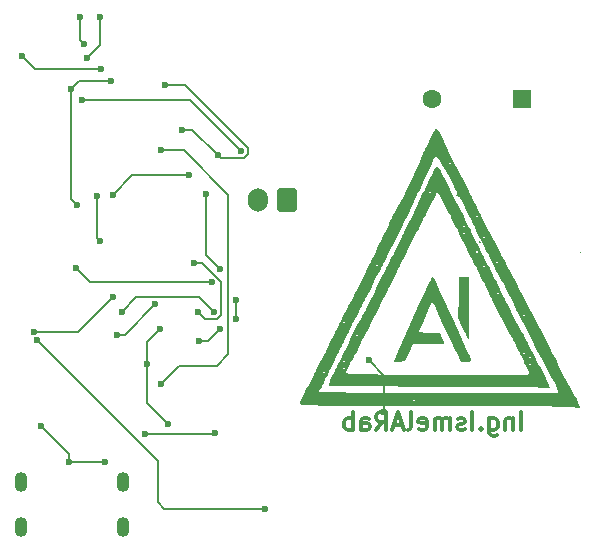
<source format=gbr>
%TF.GenerationSoftware,KiCad,Pcbnew,9.0.0*%
%TF.CreationDate,2025-03-05T18:06:52-05:00*%
%TF.ProjectId,LumiGuard,4c756d69-4775-4617-9264-2e6b69636164,Ing.IsmelArab*%
%TF.SameCoordinates,Original*%
%TF.FileFunction,Copper,L2,Bot*%
%TF.FilePolarity,Positive*%
%FSLAX46Y46*%
G04 Gerber Fmt 4.6, Leading zero omitted, Abs format (unit mm)*
G04 Created by KiCad (PCBNEW 9.0.0) date 2025-03-05 18:06:52*
%MOMM*%
%LPD*%
G01*
G04 APERTURE LIST*
G04 Aperture macros list*
%AMRoundRect*
0 Rectangle with rounded corners*
0 $1 Rounding radius*
0 $2 $3 $4 $5 $6 $7 $8 $9 X,Y pos of 4 corners*
0 Add a 4 corners polygon primitive as box body*
4,1,4,$2,$3,$4,$5,$6,$7,$8,$9,$2,$3,0*
0 Add four circle primitives for the rounded corners*
1,1,$1+$1,$2,$3*
1,1,$1+$1,$4,$5*
1,1,$1+$1,$6,$7*
1,1,$1+$1,$8,$9*
0 Add four rect primitives between the rounded corners*
20,1,$1+$1,$2,$3,$4,$5,0*
20,1,$1+$1,$4,$5,$6,$7,0*
20,1,$1+$1,$6,$7,$8,$9,0*
20,1,$1+$1,$8,$9,$2,$3,0*%
G04 Aperture macros list end*
%ADD10C,0.300000*%
%TA.AperFunction,NonConductor*%
%ADD11C,0.300000*%
%TD*%
%TA.AperFunction,EtchedComponent*%
%ADD12C,0.000000*%
%TD*%
%TA.AperFunction,HeatsinkPad*%
%ADD13O,1.100000X1.700000*%
%TD*%
%TA.AperFunction,ComponentPad*%
%ADD14RoundRect,0.250000X0.600000X0.750000X-0.600000X0.750000X-0.600000X-0.750000X0.600000X-0.750000X0*%
%TD*%
%TA.AperFunction,ComponentPad*%
%ADD15O,1.700000X2.000000*%
%TD*%
%TA.AperFunction,ComponentPad*%
%ADD16R,1.600000X1.600000*%
%TD*%
%TA.AperFunction,ComponentPad*%
%ADD17C,1.600000*%
%TD*%
%TA.AperFunction,ViaPad*%
%ADD18C,0.600000*%
%TD*%
%TA.AperFunction,Conductor*%
%ADD19C,0.200000*%
%TD*%
G04 APERTURE END LIST*
D10*
D11*
X158755489Y-124800828D02*
X158755489Y-123300828D01*
X158041203Y-123800828D02*
X158041203Y-124800828D01*
X158041203Y-123943685D02*
X157969774Y-123872257D01*
X157969774Y-123872257D02*
X157826917Y-123800828D01*
X157826917Y-123800828D02*
X157612631Y-123800828D01*
X157612631Y-123800828D02*
X157469774Y-123872257D01*
X157469774Y-123872257D02*
X157398346Y-124015114D01*
X157398346Y-124015114D02*
X157398346Y-124800828D01*
X156041203Y-123800828D02*
X156041203Y-125015114D01*
X156041203Y-125015114D02*
X156112631Y-125157971D01*
X156112631Y-125157971D02*
X156184060Y-125229400D01*
X156184060Y-125229400D02*
X156326917Y-125300828D01*
X156326917Y-125300828D02*
X156541203Y-125300828D01*
X156541203Y-125300828D02*
X156684060Y-125229400D01*
X156041203Y-124729400D02*
X156184060Y-124800828D01*
X156184060Y-124800828D02*
X156469774Y-124800828D01*
X156469774Y-124800828D02*
X156612631Y-124729400D01*
X156612631Y-124729400D02*
X156684060Y-124657971D01*
X156684060Y-124657971D02*
X156755488Y-124515114D01*
X156755488Y-124515114D02*
X156755488Y-124086542D01*
X156755488Y-124086542D02*
X156684060Y-123943685D01*
X156684060Y-123943685D02*
X156612631Y-123872257D01*
X156612631Y-123872257D02*
X156469774Y-123800828D01*
X156469774Y-123800828D02*
X156184060Y-123800828D01*
X156184060Y-123800828D02*
X156041203Y-123872257D01*
X155326917Y-124657971D02*
X155255488Y-124729400D01*
X155255488Y-124729400D02*
X155326917Y-124800828D01*
X155326917Y-124800828D02*
X155398345Y-124729400D01*
X155398345Y-124729400D02*
X155326917Y-124657971D01*
X155326917Y-124657971D02*
X155326917Y-124800828D01*
X154612631Y-124800828D02*
X154612631Y-123300828D01*
X153969773Y-124729400D02*
X153826916Y-124800828D01*
X153826916Y-124800828D02*
X153541202Y-124800828D01*
X153541202Y-124800828D02*
X153398345Y-124729400D01*
X153398345Y-124729400D02*
X153326916Y-124586542D01*
X153326916Y-124586542D02*
X153326916Y-124515114D01*
X153326916Y-124515114D02*
X153398345Y-124372257D01*
X153398345Y-124372257D02*
X153541202Y-124300828D01*
X153541202Y-124300828D02*
X153755488Y-124300828D01*
X153755488Y-124300828D02*
X153898345Y-124229400D01*
X153898345Y-124229400D02*
X153969773Y-124086542D01*
X153969773Y-124086542D02*
X153969773Y-124015114D01*
X153969773Y-124015114D02*
X153898345Y-123872257D01*
X153898345Y-123872257D02*
X153755488Y-123800828D01*
X153755488Y-123800828D02*
X153541202Y-123800828D01*
X153541202Y-123800828D02*
X153398345Y-123872257D01*
X152684059Y-124800828D02*
X152684059Y-123800828D01*
X152684059Y-123943685D02*
X152612630Y-123872257D01*
X152612630Y-123872257D02*
X152469773Y-123800828D01*
X152469773Y-123800828D02*
X152255487Y-123800828D01*
X152255487Y-123800828D02*
X152112630Y-123872257D01*
X152112630Y-123872257D02*
X152041202Y-124015114D01*
X152041202Y-124015114D02*
X152041202Y-124800828D01*
X152041202Y-124015114D02*
X151969773Y-123872257D01*
X151969773Y-123872257D02*
X151826916Y-123800828D01*
X151826916Y-123800828D02*
X151612630Y-123800828D01*
X151612630Y-123800828D02*
X151469773Y-123872257D01*
X151469773Y-123872257D02*
X151398344Y-124015114D01*
X151398344Y-124015114D02*
X151398344Y-124800828D01*
X150112630Y-124729400D02*
X150255487Y-124800828D01*
X150255487Y-124800828D02*
X150541202Y-124800828D01*
X150541202Y-124800828D02*
X150684059Y-124729400D01*
X150684059Y-124729400D02*
X150755487Y-124586542D01*
X150755487Y-124586542D02*
X150755487Y-124015114D01*
X150755487Y-124015114D02*
X150684059Y-123872257D01*
X150684059Y-123872257D02*
X150541202Y-123800828D01*
X150541202Y-123800828D02*
X150255487Y-123800828D01*
X150255487Y-123800828D02*
X150112630Y-123872257D01*
X150112630Y-123872257D02*
X150041202Y-124015114D01*
X150041202Y-124015114D02*
X150041202Y-124157971D01*
X150041202Y-124157971D02*
X150755487Y-124300828D01*
X149184059Y-124800828D02*
X149326916Y-124729400D01*
X149326916Y-124729400D02*
X149398345Y-124586542D01*
X149398345Y-124586542D02*
X149398345Y-123300828D01*
X148684059Y-124372257D02*
X147969774Y-124372257D01*
X148826916Y-124800828D02*
X148326916Y-123300828D01*
X148326916Y-123300828D02*
X147826916Y-124800828D01*
X146469774Y-124800828D02*
X146969774Y-124086542D01*
X147326917Y-124800828D02*
X147326917Y-123300828D01*
X147326917Y-123300828D02*
X146755488Y-123300828D01*
X146755488Y-123300828D02*
X146612631Y-123372257D01*
X146612631Y-123372257D02*
X146541202Y-123443685D01*
X146541202Y-123443685D02*
X146469774Y-123586542D01*
X146469774Y-123586542D02*
X146469774Y-123800828D01*
X146469774Y-123800828D02*
X146541202Y-123943685D01*
X146541202Y-123943685D02*
X146612631Y-124015114D01*
X146612631Y-124015114D02*
X146755488Y-124086542D01*
X146755488Y-124086542D02*
X147326917Y-124086542D01*
X145184060Y-124800828D02*
X145184060Y-124015114D01*
X145184060Y-124015114D02*
X145255488Y-123872257D01*
X145255488Y-123872257D02*
X145398345Y-123800828D01*
X145398345Y-123800828D02*
X145684060Y-123800828D01*
X145684060Y-123800828D02*
X145826917Y-123872257D01*
X145184060Y-124729400D02*
X145326917Y-124800828D01*
X145326917Y-124800828D02*
X145684060Y-124800828D01*
X145684060Y-124800828D02*
X145826917Y-124729400D01*
X145826917Y-124729400D02*
X145898345Y-124586542D01*
X145898345Y-124586542D02*
X145898345Y-124443685D01*
X145898345Y-124443685D02*
X145826917Y-124300828D01*
X145826917Y-124300828D02*
X145684060Y-124229400D01*
X145684060Y-124229400D02*
X145326917Y-124229400D01*
X145326917Y-124229400D02*
X145184060Y-124157971D01*
X144469774Y-124800828D02*
X144469774Y-123300828D01*
X144469774Y-123872257D02*
X144326917Y-123800828D01*
X144326917Y-123800828D02*
X144041202Y-123800828D01*
X144041202Y-123800828D02*
X143898345Y-123872257D01*
X143898345Y-123872257D02*
X143826917Y-123943685D01*
X143826917Y-123943685D02*
X143755488Y-124086542D01*
X143755488Y-124086542D02*
X143755488Y-124515114D01*
X143755488Y-124515114D02*
X143826917Y-124657971D01*
X143826917Y-124657971D02*
X143898345Y-124729400D01*
X143898345Y-124729400D02*
X144041202Y-124800828D01*
X144041202Y-124800828D02*
X144326917Y-124800828D01*
X144326917Y-124800828D02*
X144469774Y-124729400D01*
D12*
%TA.AperFunction,EtchedComponent*%
%TO.C,G\u002A\u002A\u002A*%
G36*
X162318628Y-113431860D02*
G01*
X162268824Y-113490929D01*
X162219020Y-113431860D01*
X162268824Y-113372790D01*
X162318628Y-113431860D01*
G37*
%TD.AperFunction*%
%TA.AperFunction,EtchedComponent*%
G36*
X163812745Y-109769534D02*
G01*
X163762941Y-109828604D01*
X163713137Y-109769534D01*
X163762941Y-109710464D01*
X163812745Y-109769534D01*
G37*
%TD.AperFunction*%
%TA.AperFunction,EtchedComponent*%
G36*
X155206766Y-108770784D02*
G01*
X155296275Y-108883488D01*
X155311839Y-108929250D01*
X155252349Y-109001627D01*
X155223437Y-108997087D01*
X155146863Y-108883488D01*
X155148005Y-108856752D01*
X155190788Y-108765348D01*
X155206766Y-108770784D01*
G37*
%TD.AperFunction*%
%TA.AperFunction,EtchedComponent*%
G36*
X154350000Y-114495115D02*
G01*
X154349502Y-114894459D01*
X154345856Y-115618709D01*
X154339136Y-116240057D01*
X154329895Y-116725160D01*
X154318683Y-117040674D01*
X154306052Y-117153255D01*
X154286240Y-117131033D01*
X154186286Y-116952849D01*
X154027253Y-116635006D01*
X153832914Y-116224188D01*
X153403726Y-115295122D01*
X153433745Y-113566049D01*
X153463765Y-111836976D01*
X153906883Y-111836976D01*
X154350000Y-111836976D01*
X154350000Y-114495115D01*
G37*
%TD.AperFunction*%
%TA.AperFunction,EtchedComponent*%
G36*
X151327712Y-111931491D02*
G01*
X151482479Y-112253817D01*
X151701915Y-112719338D01*
X151972612Y-113298881D01*
X152281162Y-113963272D01*
X152614157Y-114683338D01*
X152958190Y-115429905D01*
X153299852Y-116173798D01*
X153625736Y-116885845D01*
X153922435Y-117536872D01*
X154176540Y-118097705D01*
X154374644Y-118539171D01*
X154503338Y-118832095D01*
X154549216Y-118947304D01*
X154521958Y-118979342D01*
X154350682Y-119025393D01*
X154074169Y-119043488D01*
X153599121Y-119043488D01*
X153262101Y-118305115D01*
X153122912Y-118000876D01*
X152801687Y-117303368D01*
X152475244Y-116600036D01*
X152157963Y-115921340D01*
X151864225Y-115297740D01*
X151608411Y-114759694D01*
X151404902Y-114337664D01*
X151268079Y-114062108D01*
X151212321Y-113963488D01*
X151200368Y-113979156D01*
X151115490Y-114144895D01*
X150970106Y-114452097D01*
X150786353Y-114851547D01*
X150586369Y-115294031D01*
X150392291Y-115730334D01*
X150226256Y-116111243D01*
X150110401Y-116387542D01*
X150066863Y-116510018D01*
X150087792Y-116521356D01*
X150257603Y-116542480D01*
X150561068Y-116557097D01*
X150953495Y-116562557D01*
X151840126Y-116562557D01*
X152049181Y-116982799D01*
X152097402Y-117081147D01*
X152212295Y-117330378D01*
X152258235Y-117455357D01*
X152251588Y-117460570D01*
X152112138Y-117479047D01*
X151819315Y-117494003D01*
X151409488Y-117504019D01*
X150919024Y-117507674D01*
X149579813Y-117507674D01*
X149250593Y-118246046D01*
X149141479Y-118488500D01*
X148995431Y-118775188D01*
X148864171Y-118927590D01*
X148698254Y-118993429D01*
X148448235Y-119020426D01*
X148290636Y-119027556D01*
X148064108Y-119014236D01*
X147975098Y-118971673D01*
X147979260Y-118951107D01*
X148053957Y-118750646D01*
X148218965Y-118355604D01*
X148470019Y-117775679D01*
X148802854Y-117020567D01*
X149213204Y-116099966D01*
X149696805Y-115023572D01*
X150249390Y-113801084D01*
X150576189Y-113090657D01*
X150867254Y-112486722D01*
X151080490Y-112083540D01*
X151219585Y-111874199D01*
X151288222Y-111851781D01*
X151327712Y-111931491D01*
G37*
%TD.AperFunction*%
%TA.AperFunction,EtchedComponent*%
G36*
X152442501Y-100909069D02*
G01*
X152516510Y-101065263D01*
X152523043Y-101078586D01*
X152638902Y-101314865D01*
X152696831Y-101433005D01*
X152812690Y-101669284D01*
X152903356Y-101854185D01*
X152920432Y-101889010D01*
X153081428Y-102208604D01*
X153393126Y-102827355D01*
X153955038Y-103921627D01*
X154293474Y-104578396D01*
X154411010Y-104807674D01*
X154532135Y-105043953D01*
X154592697Y-105162092D01*
X154694626Y-105360926D01*
X154894615Y-105752790D01*
X155092074Y-106139695D01*
X155195510Y-106343488D01*
X155315435Y-106579767D01*
X155375397Y-106697906D01*
X155435360Y-106816046D01*
X155452839Y-106850606D01*
X155521578Y-106985563D01*
X155615755Y-107170464D01*
X155793971Y-107520362D01*
X156190491Y-108291916D01*
X156282676Y-108469999D01*
X156588450Y-109060697D01*
X156594584Y-109072547D01*
X156773416Y-109415115D01*
X156958434Y-109769534D01*
X156985395Y-109820912D01*
X157052285Y-109948380D01*
X157171124Y-110175331D01*
X157206082Y-110242092D01*
X157267944Y-110360232D01*
X157428864Y-110667548D01*
X157480312Y-110766028D01*
X157576909Y-110950929D01*
X157762065Y-111305348D01*
X157851521Y-111476582D01*
X158035417Y-111829284D01*
X158193421Y-112132325D01*
X158275116Y-112289012D01*
X158654508Y-113018371D01*
X158794954Y-113288268D01*
X159166572Y-113998339D01*
X159490559Y-114613255D01*
X159546680Y-114719770D01*
X159615527Y-114849534D01*
X159740886Y-115085813D01*
X159803566Y-115203953D01*
X159897808Y-115381581D01*
X159929239Y-115440232D01*
X160182483Y-115912790D01*
X160407393Y-116334333D01*
X160681611Y-116861509D01*
X160915226Y-117324675D01*
X161074046Y-117656942D01*
X161167266Y-117855092D01*
X161375186Y-118276505D01*
X161650674Y-118821537D01*
X161970634Y-119445684D01*
X162311973Y-120104441D01*
X162651595Y-120753302D01*
X162966406Y-121347764D01*
X163118255Y-121629701D01*
X163233310Y-121843322D01*
X163429214Y-122195471D01*
X163499112Y-122323150D01*
X163526230Y-122372685D01*
X163544084Y-122410464D01*
X163660469Y-122656728D01*
X163713137Y-122829316D01*
X163664588Y-122899615D01*
X163483799Y-122914353D01*
X163140392Y-122867100D01*
X163077178Y-122860015D01*
X162806130Y-122845795D01*
X162357353Y-122832184D01*
X161745306Y-122819331D01*
X160984451Y-122807380D01*
X160089246Y-122796479D01*
X159074153Y-122786774D01*
X157953632Y-122778412D01*
X156742143Y-122771540D01*
X155454147Y-122766304D01*
X154104102Y-122762850D01*
X152706471Y-122761325D01*
X151909152Y-122761033D01*
X150139203Y-122760286D01*
X148554026Y-122759317D01*
X147143434Y-122757939D01*
X145897244Y-122755964D01*
X144805268Y-122753204D01*
X143857323Y-122749471D01*
X143043223Y-122744577D01*
X142352783Y-122738333D01*
X141775816Y-122730551D01*
X141302139Y-122721044D01*
X140921565Y-122709623D01*
X140623910Y-122696100D01*
X140398988Y-122680287D01*
X140236613Y-122661996D01*
X140126601Y-122641039D01*
X140058766Y-122617227D01*
X140022923Y-122590373D01*
X140008886Y-122560289D01*
X140006471Y-122526786D01*
X140030940Y-122426309D01*
X153271933Y-122426309D01*
X153353922Y-122469534D01*
X153406654Y-122461008D01*
X153416494Y-122410464D01*
X153752353Y-122410464D01*
X153802157Y-122469534D01*
X153851961Y-122410464D01*
X153802157Y-122351395D01*
X153768955Y-122390774D01*
X153752353Y-122410464D01*
X153416494Y-122410464D01*
X153420327Y-122390774D01*
X153405728Y-122376635D01*
X153287517Y-122390774D01*
X153271933Y-122426309D01*
X140030940Y-122426309D01*
X140042204Y-122380053D01*
X140078081Y-122292325D01*
X140703726Y-122292325D01*
X140753530Y-122351395D01*
X140803334Y-122292325D01*
X140792958Y-122280019D01*
X149595801Y-122280019D01*
X149596272Y-122292325D01*
X149597343Y-122320347D01*
X149726536Y-122342068D01*
X149824445Y-122323150D01*
X149786716Y-122270692D01*
X149729115Y-122251817D01*
X149595801Y-122280019D01*
X140792958Y-122280019D01*
X140753530Y-122233255D01*
X140703726Y-122292325D01*
X140078081Y-122292325D01*
X140163016Y-122084639D01*
X140339679Y-121729345D01*
X140421458Y-121575402D01*
X141609981Y-121575402D01*
X141651759Y-121581521D01*
X141870723Y-121591272D01*
X142262564Y-121600668D01*
X142811104Y-121609665D01*
X143500166Y-121618219D01*
X144313571Y-121626288D01*
X145235143Y-121633828D01*
X146248702Y-121640796D01*
X147338072Y-121647149D01*
X148487074Y-121652842D01*
X149679531Y-121657833D01*
X150899264Y-121662079D01*
X152130097Y-121665536D01*
X153355851Y-121668160D01*
X154560348Y-121669909D01*
X155727411Y-121670739D01*
X156840861Y-121670606D01*
X157884522Y-121669468D01*
X158842215Y-121667281D01*
X159697762Y-121664001D01*
X160434986Y-121659586D01*
X161037709Y-121653992D01*
X161489752Y-121647175D01*
X161774939Y-121639093D01*
X161877091Y-121629701D01*
X161870295Y-121523115D01*
X161768733Y-121236815D01*
X161574911Y-120809989D01*
X161302243Y-120271707D01*
X160964140Y-119651037D01*
X160751991Y-119271837D01*
X160508298Y-118829772D01*
X160276923Y-118399714D01*
X160029379Y-117927857D01*
X159737178Y-117360394D01*
X159371833Y-116643519D01*
X159290153Y-116482965D01*
X159027410Y-115967666D01*
X158758003Y-115440232D01*
X159131177Y-115440232D01*
X159180981Y-115499302D01*
X159230784Y-115440232D01*
X159180981Y-115381162D01*
X159131177Y-115440232D01*
X158758003Y-115440232D01*
X158695518Y-115317902D01*
X158637246Y-115203953D01*
X159330392Y-115203953D01*
X159380196Y-115263022D01*
X159430000Y-115203953D01*
X159380196Y-115144883D01*
X159330392Y-115203953D01*
X158637246Y-115203953D01*
X158576830Y-115085813D01*
X158931961Y-115085813D01*
X158981765Y-115144883D01*
X159031569Y-115085813D01*
X158981765Y-115026743D01*
X158931961Y-115085813D01*
X158576830Y-115085813D01*
X158456000Y-114849534D01*
X158832353Y-114849534D01*
X158882157Y-114908604D01*
X158931961Y-114849534D01*
X159131177Y-114849534D01*
X159180981Y-114908604D01*
X159230784Y-114849534D01*
X159180981Y-114790464D01*
X159131177Y-114849534D01*
X158931961Y-114849534D01*
X158882157Y-114790464D01*
X158832353Y-114849534D01*
X158456000Y-114849534D01*
X158335169Y-114613255D01*
X158732745Y-114613255D01*
X158782549Y-114672325D01*
X158832353Y-114613255D01*
X158782549Y-114554185D01*
X158732745Y-114613255D01*
X158335169Y-114613255D01*
X158318939Y-114581517D01*
X157922134Y-113806357D01*
X157529566Y-113040264D01*
X157155188Y-112310116D01*
X157064052Y-112132325D01*
X157637059Y-112132325D01*
X157686863Y-112191395D01*
X157736667Y-112132325D01*
X157686863Y-112073255D01*
X157637059Y-112132325D01*
X157064052Y-112132325D01*
X156795482Y-111608389D01*
X157263049Y-111608389D01*
X157288432Y-111718836D01*
X157308896Y-111753808D01*
X157399797Y-111836976D01*
X157413422Y-111829284D01*
X157388039Y-111718836D01*
X157367575Y-111683865D01*
X157276674Y-111600697D01*
X157263049Y-111608389D01*
X156795482Y-111608389D01*
X156693441Y-111409324D01*
X156640209Y-111305348D01*
X157338235Y-111305348D01*
X157388039Y-111364418D01*
X157437843Y-111305348D01*
X157388039Y-111246278D01*
X157338235Y-111305348D01*
X156640209Y-111305348D01*
X156458760Y-110950929D01*
X156840196Y-110950929D01*
X156890000Y-111009999D01*
X156939804Y-110950929D01*
X157139020Y-110950929D01*
X157188824Y-111009999D01*
X157238628Y-110950929D01*
X157188824Y-110891860D01*
X157139020Y-110950929D01*
X156939804Y-110950929D01*
X156890000Y-110891860D01*
X156840196Y-110950929D01*
X156458760Y-110950929D01*
X156309517Y-110659418D01*
X156277400Y-110596511D01*
X156640981Y-110596511D01*
X156690785Y-110655581D01*
X156740588Y-110596511D01*
X156697270Y-110545133D01*
X156964226Y-110545133D01*
X156976033Y-110596511D01*
X156989608Y-110655581D01*
X157010072Y-110690552D01*
X157100973Y-110773720D01*
X157114598Y-110766028D01*
X157089216Y-110655581D01*
X157068752Y-110620609D01*
X156977851Y-110537441D01*
X156964226Y-110545133D01*
X156697270Y-110545133D01*
X156690785Y-110537441D01*
X156640981Y-110596511D01*
X156277400Y-110596511D01*
X156156770Y-110360232D01*
X156840196Y-110360232D01*
X156890000Y-110419302D01*
X156939804Y-110360232D01*
X156890000Y-110301162D01*
X156840196Y-110360232D01*
X156156770Y-110360232D01*
X156096455Y-110242092D01*
X156441765Y-110242092D01*
X156491569Y-110301162D01*
X156541373Y-110242092D01*
X156491569Y-110183022D01*
X156441765Y-110242092D01*
X156096455Y-110242092D01*
X155988307Y-110030262D01*
X155975886Y-110005813D01*
X156342157Y-110005813D01*
X156391961Y-110064883D01*
X156441765Y-110005813D01*
X156398446Y-109954435D01*
X156665402Y-109954435D01*
X156677210Y-110005813D01*
X156690785Y-110064883D01*
X156711249Y-110099855D01*
X156802149Y-110183022D01*
X156815774Y-110175331D01*
X156790392Y-110064883D01*
X156769928Y-110029911D01*
X156679027Y-109946743D01*
X156665402Y-109954435D01*
X156398446Y-109954435D01*
X156391961Y-109946743D01*
X156342157Y-110005813D01*
X155975886Y-110005813D01*
X155795823Y-109651395D01*
X156142941Y-109651395D01*
X156192745Y-109710464D01*
X156242549Y-109651395D01*
X156199230Y-109600017D01*
X156466187Y-109600017D01*
X156477994Y-109651395D01*
X156491569Y-109710464D01*
X156512033Y-109745436D01*
X156602934Y-109828604D01*
X156616559Y-109820912D01*
X156591177Y-109710464D01*
X156570712Y-109675493D01*
X156479812Y-109592325D01*
X156466187Y-109600017D01*
X156199230Y-109600017D01*
X156192745Y-109592325D01*
X156142941Y-109651395D01*
X155795823Y-109651395D01*
X155714701Y-109491723D01*
X155676064Y-109415115D01*
X156342157Y-109415115D01*
X156391961Y-109474185D01*
X156441765Y-109415115D01*
X156391961Y-109356046D01*
X156342157Y-109415115D01*
X155676064Y-109415115D01*
X155497312Y-109060697D01*
X155844118Y-109060697D01*
X155893922Y-109119767D01*
X155943726Y-109060697D01*
X156142941Y-109060697D01*
X156192745Y-109119767D01*
X156242549Y-109060697D01*
X156192745Y-109001627D01*
X156142941Y-109060697D01*
X155943726Y-109060697D01*
X155893922Y-109001627D01*
X155844118Y-109060697D01*
X155497312Y-109060697D01*
X155473591Y-109013665D01*
X155249868Y-108565956D01*
X155202383Y-108469999D01*
X155545294Y-108469999D01*
X155595098Y-108529069D01*
X155644902Y-108469999D01*
X155595098Y-108410929D01*
X155545294Y-108469999D01*
X155202383Y-108469999D01*
X155028422Y-108118459D01*
X154794144Y-107641042D01*
X154564562Y-107170464D01*
X154947647Y-107170464D01*
X154997451Y-107229534D01*
X155047255Y-107170464D01*
X154997451Y-107111395D01*
X154947647Y-107170464D01*
X154564562Y-107170464D01*
X154531925Y-107103568D01*
X154367099Y-106764668D01*
X154772853Y-106764668D01*
X154798235Y-106875115D01*
X154818700Y-106910087D01*
X154909600Y-106993255D01*
X154923225Y-106985563D01*
X154897843Y-106875115D01*
X154877379Y-106840144D01*
X154786478Y-106756976D01*
X154772853Y-106764668D01*
X154367099Y-106764668D01*
X154334629Y-106697906D01*
X154947647Y-106697906D01*
X154997451Y-106756976D01*
X155047255Y-106697906D01*
X154997451Y-106638836D01*
X154947647Y-106697906D01*
X154334629Y-106697906D01*
X154277171Y-106579767D01*
X154648824Y-106579767D01*
X154698628Y-106638836D01*
X154748432Y-106579767D01*
X154698628Y-106520697D01*
X154648824Y-106579767D01*
X154277171Y-106579767D01*
X154226657Y-106475905D01*
X154162319Y-106343488D01*
X154748432Y-106343488D01*
X154798235Y-106402557D01*
X154848039Y-106343488D01*
X154798235Y-106284418D01*
X154748432Y-106343488D01*
X154162319Y-106343488D01*
X153875314Y-105752790D01*
X154449608Y-105752790D01*
X154499412Y-105811860D01*
X154549216Y-105752790D01*
X154499412Y-105693720D01*
X154449608Y-105752790D01*
X153875314Y-105752790D01*
X153863229Y-105727918D01*
X153714112Y-105430391D01*
X153558852Y-105162092D01*
X154150784Y-105162092D01*
X154200588Y-105221162D01*
X154250392Y-105162092D01*
X154200588Y-105103022D01*
X154150784Y-105162092D01*
X153558852Y-105162092D01*
X153529375Y-105111153D01*
X153468642Y-105043953D01*
X153851961Y-105043953D01*
X153901765Y-105103022D01*
X153951569Y-105043953D01*
X153901765Y-104984883D01*
X153851961Y-105043953D01*
X153468642Y-105043953D01*
X153391145Y-104958203D01*
X153277118Y-104941620D01*
X153272590Y-104943338D01*
X153169456Y-104968930D01*
X153241651Y-104891479D01*
X153288777Y-104811409D01*
X153288306Y-104807674D01*
X153951569Y-104807674D01*
X154001373Y-104866743D01*
X154051177Y-104807674D01*
X154001373Y-104748604D01*
X153951569Y-104807674D01*
X153288306Y-104807674D01*
X153268691Y-104652270D01*
X153156217Y-104383402D01*
X152938244Y-103964753D01*
X152670902Y-103472111D01*
X152350518Y-102881664D01*
X152065469Y-102356278D01*
X152005553Y-102246902D01*
X151983605Y-102208604D01*
X152656667Y-102208604D01*
X152706471Y-102267674D01*
X152756275Y-102208604D01*
X152706471Y-102149534D01*
X152656667Y-102208604D01*
X151983605Y-102208604D01*
X151804747Y-101896500D01*
X151778087Y-101854185D01*
X152457451Y-101854185D01*
X152507255Y-101913255D01*
X152557059Y-101854185D01*
X152507255Y-101795115D01*
X152457451Y-101854185D01*
X151778087Y-101854185D01*
X151650419Y-101651547D01*
X151572013Y-101559583D01*
X151567562Y-101559966D01*
X151532173Y-101583478D01*
X151477842Y-101659327D01*
X151393622Y-101809651D01*
X151268562Y-102056589D01*
X151091716Y-102422280D01*
X150852135Y-102928862D01*
X150538869Y-103598474D01*
X150140970Y-104453255D01*
X150033152Y-104684522D01*
X149565772Y-105674981D01*
X149060248Y-106729884D01*
X148989725Y-106875115D01*
X148543151Y-107794770D01*
X148041058Y-108815179D01*
X147580540Y-109736650D01*
X147188174Y-110504721D01*
X147160756Y-110557518D01*
X147017603Y-110832790D01*
X146991111Y-110883733D01*
X146751367Y-111344299D01*
X146469440Y-111885600D01*
X146173244Y-112454023D01*
X145981484Y-112824027D01*
X145669575Y-113431860D01*
X145622884Y-113522849D01*
X145488808Y-113786278D01*
X145368550Y-114022557D01*
X145223110Y-114308313D01*
X145188409Y-114376976D01*
X145081738Y-114588049D01*
X144889885Y-114967674D01*
X144818434Y-115109057D01*
X144593191Y-115558371D01*
X144533967Y-115676511D01*
X144445131Y-115853720D01*
X144415664Y-115912790D01*
X144238861Y-116267209D01*
X144149695Y-116445950D01*
X144120976Y-116503488D01*
X144003041Y-116739767D01*
X143828295Y-117089864D01*
X143708129Y-117330464D01*
X143590121Y-117566743D01*
X143538549Y-117670001D01*
X143413002Y-117921162D01*
X143303701Y-118139822D01*
X143294879Y-118157441D01*
X143146993Y-118452790D01*
X143085092Y-118577045D01*
X142860556Y-119035657D01*
X142599887Y-119576334D01*
X142488127Y-119811395D01*
X142431957Y-119929534D01*
X142347703Y-120106743D01*
X142263018Y-120283953D01*
X142229700Y-120353674D01*
X142014900Y-120786427D01*
X141906268Y-120992790D01*
X141835471Y-121127281D01*
X141721312Y-121318398D01*
X141703651Y-121347209D01*
X141633852Y-121461077D01*
X141609981Y-121575402D01*
X140421458Y-121575402D01*
X140542681Y-121347209D01*
X141102157Y-121347209D01*
X141151961Y-121406278D01*
X141201765Y-121347209D01*
X141151961Y-121288139D01*
X141102157Y-121347209D01*
X140542681Y-121347209D01*
X140730959Y-120992790D01*
X141500588Y-120992790D01*
X141550392Y-121051860D01*
X141600196Y-120992790D01*
X141550392Y-120933720D01*
X141500588Y-120992790D01*
X140730959Y-120992790D01*
X140817421Y-120830032D01*
X141100061Y-120283953D01*
X141600196Y-120283953D01*
X141650000Y-120343022D01*
X141699804Y-120283953D01*
X141650000Y-120224883D01*
X141600196Y-120283953D01*
X141100061Y-120283953D01*
X141283502Y-119929534D01*
X141998628Y-119929534D01*
X142048432Y-119988604D01*
X142098235Y-119929534D01*
X142048432Y-119870464D01*
X141998628Y-119929534D01*
X141283502Y-119929534D01*
X141344648Y-119811395D01*
X141799412Y-119811395D01*
X141849216Y-119870464D01*
X141899020Y-119811395D01*
X141849216Y-119752325D01*
X141799412Y-119811395D01*
X141344648Y-119811395D01*
X141469669Y-119569846D01*
X142141575Y-118239488D01*
X142182011Y-118157441D01*
X142795490Y-118157441D01*
X142845294Y-118216511D01*
X142895098Y-118157441D01*
X142845294Y-118098371D01*
X142795490Y-118157441D01*
X142182011Y-118157441D01*
X142298459Y-117921162D01*
X142596275Y-117921162D01*
X142646079Y-117980232D01*
X142695883Y-117921162D01*
X142895098Y-117921162D01*
X142944902Y-117980232D01*
X142994706Y-117921162D01*
X142944902Y-117862092D01*
X142895098Y-117921162D01*
X142695883Y-117921162D01*
X142646079Y-117862092D01*
X142596275Y-117921162D01*
X142298459Y-117921162D01*
X142473130Y-117566743D01*
X142795490Y-117566743D01*
X142845294Y-117625813D01*
X142895098Y-117566743D01*
X143094314Y-117566743D01*
X143144118Y-117625813D01*
X143193922Y-117566743D01*
X143144118Y-117507674D01*
X143094314Y-117566743D01*
X142895098Y-117566743D01*
X142845294Y-117507674D01*
X142795490Y-117566743D01*
X142473130Y-117566743D01*
X142589578Y-117330464D01*
X142895098Y-117330464D01*
X142944902Y-117389534D01*
X142994706Y-117330464D01*
X142944902Y-117271395D01*
X142895098Y-117330464D01*
X142589578Y-117330464D01*
X142793361Y-116916976D01*
X142880063Y-116739767D01*
X143492745Y-116739767D01*
X143542549Y-116798836D01*
X143592353Y-116739767D01*
X143542549Y-116680697D01*
X143492745Y-116739767D01*
X142880063Y-116739767D01*
X142936504Y-116624408D01*
X142996588Y-116503488D01*
X143293530Y-116503488D01*
X143343334Y-116562557D01*
X143393137Y-116503488D01*
X143343334Y-116444418D01*
X143293530Y-116503488D01*
X142996588Y-116503488D01*
X143113993Y-116267209D01*
X143393137Y-116267209D01*
X143442941Y-116326278D01*
X143492745Y-116267209D01*
X143442941Y-116208139D01*
X143393137Y-116267209D01*
X143113993Y-116267209D01*
X143290101Y-115912790D01*
X143592353Y-115912790D01*
X143642157Y-115971860D01*
X143691961Y-115912790D01*
X143642157Y-115853720D01*
X143592353Y-115912790D01*
X143290101Y-115912790D01*
X143325531Y-115841486D01*
X143408765Y-115676511D01*
X143691961Y-115676511D01*
X143741765Y-115735581D01*
X143791569Y-115676511D01*
X143741765Y-115617441D01*
X143691961Y-115676511D01*
X143408765Y-115676511D01*
X143468369Y-115558371D01*
X144090392Y-115558371D01*
X144140196Y-115617441D01*
X144190000Y-115558371D01*
X144140196Y-115499302D01*
X144090392Y-115558371D01*
X143468369Y-115558371D01*
X143759385Y-114981556D01*
X143766483Y-114967674D01*
X144389216Y-114967674D01*
X144439020Y-115026743D01*
X144488824Y-114967674D01*
X144439020Y-114908604D01*
X144389216Y-114967674D01*
X143766483Y-114967674D01*
X143887303Y-114731395D01*
X144190000Y-114731395D01*
X144239804Y-114790464D01*
X144283730Y-114738367D01*
X144488824Y-114738367D01*
X144489793Y-114754882D01*
X144547453Y-114780899D01*
X144647747Y-114654071D01*
X144671983Y-114588049D01*
X144603822Y-114601974D01*
X144559573Y-114638442D01*
X144493760Y-114731395D01*
X144488824Y-114738367D01*
X144283730Y-114738367D01*
X144289608Y-114731395D01*
X144239804Y-114672325D01*
X144190000Y-114731395D01*
X143887303Y-114731395D01*
X144068533Y-114376976D01*
X144688039Y-114376976D01*
X144737843Y-114436046D01*
X144787647Y-114376976D01*
X144737843Y-114317906D01*
X144688039Y-114376976D01*
X144068533Y-114376976D01*
X144194748Y-114130147D01*
X144250657Y-114022557D01*
X144887255Y-114022557D01*
X144937059Y-114081627D01*
X144986863Y-114022557D01*
X144937059Y-113963488D01*
X144887255Y-114022557D01*
X144250657Y-114022557D01*
X144373438Y-113786278D01*
X144688039Y-113786278D01*
X144737843Y-113845348D01*
X144787647Y-113786278D01*
X144986863Y-113786278D01*
X145036667Y-113845348D01*
X145086471Y-113786278D01*
X145036667Y-113727209D01*
X144986863Y-113786278D01*
X144787647Y-113786278D01*
X144737843Y-113727209D01*
X144688039Y-113786278D01*
X144373438Y-113786278D01*
X144557610Y-113431860D01*
X144887255Y-113431860D01*
X144937059Y-113490929D01*
X144986863Y-113431860D01*
X144937059Y-113372790D01*
X144887255Y-113431860D01*
X144557610Y-113431860D01*
X144588306Y-113372790D01*
X144824610Y-112919550D01*
X145174041Y-112238099D01*
X145502246Y-111585935D01*
X145780751Y-111019819D01*
X145869262Y-110832790D01*
X146480981Y-110832790D01*
X146530784Y-110891860D01*
X146580588Y-110832790D01*
X146530784Y-110773720D01*
X146480981Y-110832790D01*
X145869262Y-110832790D01*
X145981080Y-110596511D01*
X146043902Y-110459809D01*
X146323458Y-109868290D01*
X146636616Y-109225140D01*
X146926694Y-108647209D01*
X147063443Y-108377692D01*
X147272003Y-107954792D01*
X147428252Y-107622784D01*
X147505884Y-107436648D01*
X147524039Y-107388732D01*
X147639958Y-107144963D01*
X147813475Y-106813671D01*
X148594027Y-106813671D01*
X148605948Y-106953875D01*
X148635908Y-106972358D01*
X148672353Y-106875115D01*
X148665165Y-106812573D01*
X148605948Y-106796356D01*
X148594027Y-106813671D01*
X147813475Y-106813671D01*
X147827541Y-106786816D01*
X148056195Y-106373392D01*
X148343719Y-105842755D01*
X148694365Y-105158528D01*
X149078146Y-104381989D01*
X149466259Y-103572334D01*
X149829898Y-102788760D01*
X150140258Y-102090464D01*
X150373260Y-101555890D01*
X150421662Y-101448389D01*
X152282657Y-101448389D01*
X152308039Y-101558836D01*
X152328504Y-101593808D01*
X152419404Y-101676976D01*
X152433029Y-101669284D01*
X152407647Y-101558836D01*
X152387183Y-101523865D01*
X152296282Y-101440697D01*
X152282657Y-101448389D01*
X150421662Y-101448389D01*
X150528047Y-101212110D01*
X151884226Y-101212110D01*
X151909608Y-101322557D01*
X151930072Y-101357529D01*
X152020973Y-101440697D01*
X152034598Y-101433005D01*
X152009216Y-101322557D01*
X151988752Y-101287586D01*
X151897851Y-101204418D01*
X151884226Y-101212110D01*
X150528047Y-101212110D01*
X150581239Y-101093970D01*
X152083442Y-101093970D01*
X152108824Y-101204418D01*
X152129288Y-101239389D01*
X152220189Y-101322557D01*
X152233814Y-101314865D01*
X152208432Y-101204418D01*
X152187967Y-101169446D01*
X152097067Y-101086278D01*
X152083442Y-101093970D01*
X150581239Y-101093970D01*
X150687624Y-100857691D01*
X151685010Y-100857691D01*
X151710392Y-100968139D01*
X151730857Y-101003110D01*
X151821757Y-101086278D01*
X151835382Y-101078586D01*
X151810000Y-100968139D01*
X151789536Y-100933167D01*
X151763197Y-100909069D01*
X151959412Y-100909069D01*
X152009216Y-100968139D01*
X152059020Y-100909069D01*
X152009216Y-100849999D01*
X151959412Y-100909069D01*
X151763197Y-100909069D01*
X151698635Y-100849999D01*
X151685010Y-100857691D01*
X150687624Y-100857691D01*
X150724700Y-100775345D01*
X150829278Y-100554650D01*
X151760196Y-100554650D01*
X151810000Y-100613720D01*
X151859804Y-100554650D01*
X151810000Y-100495581D01*
X151760196Y-100554650D01*
X150829278Y-100554650D01*
X151027139Y-100137095D01*
X151271669Y-99659040D01*
X151449382Y-99359080D01*
X151551367Y-99255115D01*
X151560756Y-99256950D01*
X151674360Y-99377912D01*
X151840369Y-99650758D01*
X152026333Y-100023022D01*
X152160915Y-100314785D01*
X152274569Y-100554650D01*
X152442501Y-100909069D01*
G37*
%TD.AperFunction*%
%TA.AperFunction,EtchedComponent*%
G36*
X152698695Y-104365585D02*
G01*
X152743511Y-104453255D01*
X153082427Y-105116245D01*
X153490774Y-105930670D01*
X153868267Y-106697906D01*
X153910768Y-106784287D01*
X153983119Y-106932639D01*
X153983878Y-106934185D01*
X154099823Y-107170464D01*
X154273742Y-107524883D01*
X154447661Y-107879302D01*
X154505524Y-107997217D01*
X154564108Y-108115581D01*
X154681054Y-108351860D01*
X154856473Y-108706278D01*
X155079929Y-109157750D01*
X155152026Y-109302425D01*
X155446391Y-109893123D01*
X155561422Y-110123953D01*
X155692486Y-110386956D01*
X155764059Y-110529749D01*
X155856737Y-110714650D01*
X155975168Y-110950929D01*
X156152814Y-111305348D01*
X156271245Y-111541627D01*
X156329351Y-111657553D01*
X156449520Y-111896046D01*
X156653988Y-112301842D01*
X156747154Y-112486743D01*
X156925735Y-112841162D01*
X156976676Y-112942262D01*
X157130982Y-113246958D01*
X157224621Y-113431860D01*
X157284450Y-113549999D01*
X157489956Y-113955796D01*
X157620616Y-114213799D01*
X158247324Y-115444883D01*
X158486890Y-115912790D01*
X158842954Y-116608234D01*
X158849858Y-116621627D01*
X159154352Y-117212325D01*
X159276150Y-117448604D01*
X159393661Y-117676568D01*
X159459416Y-117803022D01*
X159582281Y-118039302D01*
X159705145Y-118275581D01*
X159885597Y-118622606D01*
X159889489Y-118629999D01*
X160200480Y-119220697D01*
X160304917Y-119419066D01*
X160388749Y-119575115D01*
X160579147Y-119929534D01*
X160637774Y-120038665D01*
X160665472Y-120090958D01*
X160754345Y-120258747D01*
X160820458Y-120383566D01*
X160945334Y-120638371D01*
X161003232Y-120756511D01*
X161011543Y-120773470D01*
X161132301Y-121057629D01*
X161162215Y-121190959D01*
X161085086Y-121238295D01*
X160893111Y-121228874D01*
X160890479Y-121228271D01*
X160747905Y-121219071D01*
X160421497Y-121209563D01*
X159925668Y-121199892D01*
X159274832Y-121190204D01*
X158483401Y-121180648D01*
X157565790Y-121171369D01*
X156536411Y-121162513D01*
X155409677Y-121154228D01*
X154200003Y-121146660D01*
X152921800Y-121139955D01*
X151589483Y-121134260D01*
X151470442Y-121133802D01*
X150146720Y-121127833D01*
X148881279Y-121120562D01*
X147688211Y-121112158D01*
X146581611Y-121102791D01*
X145575571Y-121092628D01*
X144684186Y-121081840D01*
X143921548Y-121070596D01*
X143301752Y-121059065D01*
X142838890Y-121047416D01*
X142547057Y-121035818D01*
X142440346Y-121024440D01*
X142459026Y-120914423D01*
X142520474Y-120756511D01*
X157935883Y-120756511D01*
X157985686Y-120815581D01*
X158035490Y-120756511D01*
X157985686Y-120697441D01*
X157935883Y-120756511D01*
X142520474Y-120756511D01*
X142564809Y-120642578D01*
X142566719Y-120638371D01*
X142895098Y-120638371D01*
X142944902Y-120697441D01*
X142994706Y-120638371D01*
X142944902Y-120579302D01*
X142895098Y-120638371D01*
X142566719Y-120638371D01*
X142670811Y-120409064D01*
X142994706Y-120409064D01*
X142995676Y-120425580D01*
X143053335Y-120451597D01*
X143153630Y-120324769D01*
X143177865Y-120258747D01*
X143109704Y-120272671D01*
X143065455Y-120309140D01*
X142994706Y-120409064D01*
X142670811Y-120409064D01*
X142741484Y-120253375D01*
X142843137Y-120047674D01*
X143193922Y-120047674D01*
X143243726Y-120106743D01*
X143293530Y-120047674D01*
X143243726Y-119988604D01*
X143193922Y-120047674D01*
X142843137Y-120047674D01*
X142874424Y-119984364D01*
X143891177Y-119984364D01*
X143959331Y-120013323D01*
X144212190Y-120041990D01*
X144320251Y-120047674D01*
X144653729Y-120065215D01*
X145286044Y-120083053D01*
X146111233Y-120095562D01*
X147131395Y-120102799D01*
X148348628Y-120104820D01*
X148524757Y-120104777D01*
X149609516Y-120105753D01*
X150749550Y-120108670D01*
X151902443Y-120113302D01*
X153025781Y-120119425D01*
X154077149Y-120126811D01*
X155014131Y-120135235D01*
X155794314Y-120144471D01*
X156017705Y-120147435D01*
X156774198Y-120155315D01*
X157471689Y-120159380D01*
X158082142Y-120159681D01*
X158577518Y-120156268D01*
X158929777Y-120149191D01*
X159110882Y-120138501D01*
X159439215Y-120090958D01*
X159366813Y-119929534D01*
X159828432Y-119929534D01*
X159878235Y-119988604D01*
X159928039Y-119929534D01*
X159878235Y-119870464D01*
X159828432Y-119929534D01*
X159366813Y-119929534D01*
X159207848Y-119575115D01*
X159629216Y-119575115D01*
X159679020Y-119634185D01*
X159728824Y-119575115D01*
X159679020Y-119516046D01*
X159629216Y-119575115D01*
X159207848Y-119575115D01*
X159048883Y-119220697D01*
X159430000Y-119220697D01*
X159479804Y-119279767D01*
X159529608Y-119220697D01*
X159479804Y-119161627D01*
X159430000Y-119220697D01*
X159048883Y-119220697D01*
X158991061Y-119091781D01*
X158936374Y-118971312D01*
X158773878Y-118629999D01*
X159430000Y-118629999D01*
X159479804Y-118689069D01*
X159529608Y-118629999D01*
X159479804Y-118570929D01*
X159430000Y-118629999D01*
X158773878Y-118629999D01*
X158643775Y-118356727D01*
X158603035Y-118275581D01*
X158931961Y-118275581D01*
X158981765Y-118334650D01*
X159031569Y-118275581D01*
X158981765Y-118216511D01*
X158931961Y-118275581D01*
X158603035Y-118275581D01*
X158484408Y-118039302D01*
X158832353Y-118039302D01*
X158882157Y-118098371D01*
X158931961Y-118039302D01*
X159131177Y-118039302D01*
X159180981Y-118098371D01*
X159230784Y-118039302D01*
X159180981Y-117980232D01*
X159131177Y-118039302D01*
X158931961Y-118039302D01*
X158882157Y-117980232D01*
X158832353Y-118039302D01*
X158484408Y-118039302D01*
X158313468Y-117698826D01*
X158278830Y-117633505D01*
X158657559Y-117633505D01*
X158682941Y-117743953D01*
X158703406Y-117778924D01*
X158794306Y-117862092D01*
X158807931Y-117854400D01*
X158796124Y-117803022D01*
X159031569Y-117803022D01*
X159074888Y-117854400D01*
X159081373Y-117862092D01*
X159131177Y-117803022D01*
X159081373Y-117743953D01*
X159031569Y-117803022D01*
X158796124Y-117803022D01*
X158782549Y-117743953D01*
X158762085Y-117708981D01*
X158671184Y-117625813D01*
X158657559Y-117633505D01*
X158278830Y-117633505D01*
X158180783Y-117448604D01*
X158533530Y-117448604D01*
X158583334Y-117507674D01*
X158633137Y-117448604D01*
X158583334Y-117389534D01*
X158533530Y-117448604D01*
X158180783Y-117448604D01*
X158055492Y-117212325D01*
X158433922Y-117212325D01*
X158483726Y-117271395D01*
X158533530Y-117212325D01*
X158732745Y-117212325D01*
X158782549Y-117271395D01*
X158832353Y-117212325D01*
X158782549Y-117153255D01*
X158732745Y-117212325D01*
X158533530Y-117212325D01*
X158483726Y-117153255D01*
X158433922Y-117212325D01*
X158055492Y-117212325D01*
X158006979Y-117120837D01*
X157737559Y-116621627D01*
X158135098Y-116621627D01*
X158184902Y-116680697D01*
X158234706Y-116621627D01*
X158184902Y-116562557D01*
X158135098Y-116621627D01*
X157737559Y-116621627D01*
X157718707Y-116586697D01*
X157367146Y-115912790D01*
X158035490Y-115912790D01*
X158085294Y-115971860D01*
X158135098Y-115912790D01*
X158085294Y-115853720D01*
X158035490Y-115912790D01*
X157367146Y-115912790D01*
X157292321Y-115769359D01*
X156811612Y-114823592D01*
X156298925Y-113793459D01*
X156270351Y-113734900D01*
X156665402Y-113734900D01*
X156690785Y-113845348D01*
X156711249Y-113880320D01*
X156802149Y-113963488D01*
X156815774Y-113955796D01*
X156790392Y-113845348D01*
X156769928Y-113810376D01*
X156679027Y-113727209D01*
X156665402Y-113734900D01*
X156270351Y-113734900D01*
X156180129Y-113549999D01*
X156541373Y-113549999D01*
X156591177Y-113609069D01*
X156640981Y-113549999D01*
X156591177Y-113490929D01*
X156541373Y-113549999D01*
X156180129Y-113549999D01*
X156122483Y-113431860D01*
X156840196Y-113431860D01*
X156890000Y-113490929D01*
X156939804Y-113431860D01*
X156890000Y-113372790D01*
X156840196Y-113431860D01*
X156122483Y-113431860D01*
X155924474Y-113026063D01*
X156665402Y-113026063D01*
X156690785Y-113136511D01*
X156711249Y-113171482D01*
X156802149Y-113254650D01*
X156815774Y-113246958D01*
X156790392Y-113136511D01*
X156769928Y-113101539D01*
X156679027Y-113018371D01*
X156665402Y-113026063D01*
X155924474Y-113026063D01*
X155834252Y-112841162D01*
X156541373Y-112841162D01*
X156591177Y-112900232D01*
X156640981Y-112841162D01*
X156591177Y-112782092D01*
X156541373Y-112841162D01*
X155834252Y-112841162D01*
X155776606Y-112723022D01*
X155660871Y-112486743D01*
X156342157Y-112486743D01*
X156391961Y-112545813D01*
X156441765Y-112486743D01*
X156391961Y-112427674D01*
X156342157Y-112486743D01*
X155660871Y-112486743D01*
X155650767Y-112466116D01*
X155458734Y-112080947D01*
X156167363Y-112080947D01*
X156192745Y-112191395D01*
X156213210Y-112226366D01*
X156304110Y-112309534D01*
X156317735Y-112301842D01*
X156292353Y-112191395D01*
X156271889Y-112156423D01*
X156180988Y-112073255D01*
X156167363Y-112080947D01*
X155458734Y-112080947D01*
X155405096Y-111973363D01*
X155366120Y-111896046D01*
X156043334Y-111896046D01*
X156093137Y-111955115D01*
X156142941Y-111896046D01*
X156093137Y-111836976D01*
X156043334Y-111896046D01*
X155366120Y-111896046D01*
X155187457Y-111541627D01*
X155844118Y-111541627D01*
X155893922Y-111600697D01*
X155943726Y-111541627D01*
X155893922Y-111482557D01*
X155844118Y-111541627D01*
X155187457Y-111541627D01*
X155101473Y-111371058D01*
X155068080Y-111305348D01*
X155744510Y-111305348D01*
X155794314Y-111364418D01*
X155844118Y-111305348D01*
X155794314Y-111246278D01*
X155744510Y-111305348D01*
X155068080Y-111305348D01*
X154887968Y-110950929D01*
X155545294Y-110950929D01*
X155595098Y-111009999D01*
X155644902Y-110950929D01*
X155595098Y-110891860D01*
X155545294Y-110950929D01*
X154887968Y-110950929D01*
X154767894Y-110714650D01*
X155445686Y-110714650D01*
X155495490Y-110773720D01*
X155545294Y-110714650D01*
X155495490Y-110655581D01*
X155445686Y-110714650D01*
X154767894Y-110714650D01*
X154766835Y-110712566D01*
X154560056Y-110308854D01*
X155270893Y-110308854D01*
X155296275Y-110419302D01*
X155316739Y-110454273D01*
X155407640Y-110537441D01*
X155421265Y-110529749D01*
X155395883Y-110419302D01*
X155375418Y-110384330D01*
X155284518Y-110301162D01*
X155270893Y-110308854D01*
X154560056Y-110308854D01*
X154465351Y-110123953D01*
X155146863Y-110123953D01*
X155196667Y-110183022D01*
X155246471Y-110123953D01*
X155196667Y-110064883D01*
X155146863Y-110123953D01*
X154465351Y-110123953D01*
X154428115Y-110051255D01*
X154159743Y-109527806D01*
X154883527Y-109527806D01*
X154947647Y-109710464D01*
X155024069Y-109856181D01*
X155104068Y-109946743D01*
X155111375Y-109893123D01*
X155047255Y-109710464D01*
X154970833Y-109564747D01*
X154890834Y-109474185D01*
X154883527Y-109527806D01*
X154159743Y-109527806D01*
X154141356Y-109491942D01*
X153870371Y-108959437D01*
X153859120Y-108937108D01*
X154584704Y-108937108D01*
X154648824Y-109119767D01*
X154725245Y-109265484D01*
X154805245Y-109356046D01*
X154812552Y-109302425D01*
X154748432Y-109119767D01*
X154672010Y-108974049D01*
X154592011Y-108883488D01*
X154584704Y-108937108D01*
X153859120Y-108937108D01*
X153742810Y-108706278D01*
X154449608Y-108706278D01*
X154499412Y-108765348D01*
X154549216Y-108706278D01*
X154499412Y-108647209D01*
X154449608Y-108706278D01*
X153742810Y-108706278D01*
X153651914Y-108525886D01*
X153565766Y-108351860D01*
X153951569Y-108351860D01*
X154001373Y-108410929D01*
X154051177Y-108351860D01*
X154001373Y-108292790D01*
X153951569Y-108351860D01*
X153565766Y-108351860D01*
X153503189Y-108225448D01*
X153452212Y-108115581D01*
X153851961Y-108115581D01*
X153901765Y-108174650D01*
X153951569Y-108115581D01*
X153901765Y-108056511D01*
X153851961Y-108115581D01*
X153452212Y-108115581D01*
X153441399Y-108092277D01*
X153397395Y-107987838D01*
X153345740Y-107879302D01*
X153752353Y-107879302D01*
X153802157Y-107938371D01*
X153851961Y-107879302D01*
X153802157Y-107820232D01*
X153752353Y-107879302D01*
X153345740Y-107879302D01*
X153265881Y-107711504D01*
X153173465Y-107524883D01*
X153851961Y-107524883D01*
X153901765Y-107583953D01*
X153951569Y-107524883D01*
X153901765Y-107465813D01*
X153851961Y-107524883D01*
X153173465Y-107524883D01*
X153070802Y-107317571D01*
X152996541Y-107170464D01*
X153652745Y-107170464D01*
X153702549Y-107229534D01*
X153752353Y-107170464D01*
X153702549Y-107111395D01*
X153652745Y-107170464D01*
X152996541Y-107170464D01*
X152877264Y-106934185D01*
X153553137Y-106934185D01*
X153602941Y-106993255D01*
X153652745Y-106934185D01*
X153602941Y-106875115D01*
X153553137Y-106934185D01*
X152877264Y-106934185D01*
X152832815Y-106846134D01*
X152757006Y-106697906D01*
X153154706Y-106697906D01*
X153204510Y-106756976D01*
X153254314Y-106697906D01*
X153204510Y-106638836D01*
X153154706Y-106697906D01*
X152757006Y-106697906D01*
X152572577Y-106337293D01*
X152310744Y-105831143D01*
X152067972Y-105367784D01*
X151864918Y-104987311D01*
X151722238Y-104729824D01*
X151660588Y-104635420D01*
X151622851Y-104682057D01*
X151618488Y-104689534D01*
X151499477Y-104893472D01*
X151316057Y-105236364D01*
X151096210Y-105667541D01*
X151005380Y-105849240D01*
X150688282Y-106481803D01*
X150639027Y-106579767D01*
X150532901Y-106790840D01*
X150347995Y-107158600D01*
X150342011Y-107170464D01*
X150235542Y-107381538D01*
X150056767Y-107735956D01*
X150044053Y-107761162D01*
X150011897Y-107824766D01*
X149865043Y-108115581D01*
X149758457Y-108326654D01*
X149431249Y-108974627D01*
X149162339Y-109508049D01*
X148970961Y-109887674D01*
X148864554Y-110098747D01*
X148783814Y-110258906D01*
X148673325Y-110478371D01*
X148494893Y-110832790D01*
X148435416Y-110950929D01*
X148316461Y-111187209D01*
X148102296Y-111612606D01*
X147603356Y-112604883D01*
X147484549Y-112841162D01*
X147419401Y-112970726D01*
X147365813Y-113077441D01*
X147187839Y-113431860D01*
X147069190Y-113668139D01*
X146891217Y-114022557D01*
X146785225Y-114233631D01*
X146767832Y-114268267D01*
X146594880Y-114613255D01*
X146489064Y-114824328D01*
X146180295Y-115440232D01*
X146124579Y-115551397D01*
X145749264Y-116296168D01*
X145703949Y-116385348D01*
X145523856Y-116739767D01*
X145433810Y-116916976D01*
X145370336Y-117041891D01*
X145101428Y-117566743D01*
X145013975Y-117737433D01*
X144980022Y-117803022D01*
X144796550Y-118157441D01*
X144706363Y-118331659D01*
X144673675Y-118393720D01*
X144549227Y-118629999D01*
X144473680Y-118773434D01*
X144362916Y-118984418D01*
X144280246Y-119141890D01*
X144240763Y-119220697D01*
X144078910Y-119543749D01*
X144064393Y-119575115D01*
X143955039Y-119811395D01*
X143941813Y-119839972D01*
X143891177Y-119984364D01*
X142874424Y-119984364D01*
X142959902Y-119811395D01*
X143293530Y-119811395D01*
X143343334Y-119870464D01*
X143393137Y-119811395D01*
X143343334Y-119752325D01*
X143293530Y-119811395D01*
X142959902Y-119811395D01*
X142970697Y-119789550D01*
X143079230Y-119575115D01*
X143393137Y-119575115D01*
X143442941Y-119634185D01*
X143492745Y-119575115D01*
X143691961Y-119575115D01*
X143741765Y-119634185D01*
X143791569Y-119575115D01*
X143741765Y-119516046D01*
X143691961Y-119575115D01*
X143492745Y-119575115D01*
X143442941Y-119516046D01*
X143393137Y-119575115D01*
X143079230Y-119575115D01*
X143126574Y-119481576D01*
X143255256Y-119220697D01*
X143592353Y-119220697D01*
X143642157Y-119279767D01*
X143691961Y-119220697D01*
X143642157Y-119161627D01*
X143592353Y-119220697D01*
X143255256Y-119220697D01*
X143371804Y-118984418D01*
X143691961Y-118984418D01*
X143741765Y-119043488D01*
X143791569Y-118984418D01*
X143741765Y-118925348D01*
X143691961Y-118984418D01*
X143371804Y-118984418D01*
X143452809Y-118820195D01*
X143544098Y-118629999D01*
X143891177Y-118629999D01*
X143940981Y-118689069D01*
X143990784Y-118629999D01*
X143940981Y-118570929D01*
X143891177Y-118629999D01*
X143544098Y-118629999D01*
X143657506Y-118393720D01*
X143990784Y-118393720D01*
X144040588Y-118452790D01*
X144090392Y-118393720D01*
X144040588Y-118334650D01*
X143990784Y-118393720D01*
X143657506Y-118393720D01*
X143770914Y-118157441D01*
X144090392Y-118157441D01*
X144140196Y-118216511D01*
X144190000Y-118157441D01*
X144140196Y-118098371D01*
X144090392Y-118157441D01*
X143770914Y-118157441D01*
X143776176Y-118146477D01*
X143877526Y-117928134D01*
X144190000Y-117928134D01*
X144190970Y-117944650D01*
X144248629Y-117970667D01*
X144348924Y-117843839D01*
X144363907Y-117803022D01*
X144588432Y-117803022D01*
X144638235Y-117862092D01*
X144688039Y-117803022D01*
X144638235Y-117743953D01*
X144609683Y-117777817D01*
X144588432Y-117803022D01*
X144363907Y-117803022D01*
X144373159Y-117777817D01*
X144304998Y-117791741D01*
X144260750Y-117828210D01*
X144190000Y-117928134D01*
X143877526Y-117928134D01*
X144045277Y-117566743D01*
X144389216Y-117566743D01*
X144439020Y-117625813D01*
X144488824Y-117566743D01*
X144439020Y-117507674D01*
X144389216Y-117566743D01*
X144045277Y-117566743D01*
X144116802Y-117410743D01*
X144126995Y-117389534D01*
X144531618Y-117389534D01*
X144585173Y-117338917D01*
X144688039Y-117153255D01*
X144744176Y-117003801D01*
X144744852Y-116916976D01*
X144691298Y-116967593D01*
X144588432Y-117153255D01*
X144532295Y-117302709D01*
X144531618Y-117389534D01*
X144126995Y-117389534D01*
X144425743Y-116767914D01*
X144439988Y-116739767D01*
X144787647Y-116739767D01*
X144837451Y-116798836D01*
X144887255Y-116739767D01*
X144837451Y-116680697D01*
X144787647Y-116739767D01*
X144439988Y-116739767D01*
X144619363Y-116385348D01*
X144986863Y-116385348D01*
X145036667Y-116444418D01*
X145086471Y-116385348D01*
X145036667Y-116326278D01*
X144986863Y-116385348D01*
X144619363Y-116385348D01*
X144768997Y-116089693D01*
X145084622Y-115499302D01*
X145140976Y-115397151D01*
X145367195Y-114974646D01*
X145684118Y-114974646D01*
X145685087Y-114991161D01*
X145742747Y-115017178D01*
X145843041Y-114890350D01*
X145867277Y-114824328D01*
X145799116Y-114838253D01*
X145754867Y-114874722D01*
X145684118Y-114974646D01*
X145367195Y-114974646D01*
X145419755Y-114876480D01*
X145556655Y-114613255D01*
X145883334Y-114613255D01*
X145933137Y-114672325D01*
X145982941Y-114613255D01*
X145933137Y-114554185D01*
X145883334Y-114613255D01*
X145556655Y-114613255D01*
X145675915Y-114383948D01*
X145982941Y-114383948D01*
X145983911Y-114400464D01*
X146041570Y-114426481D01*
X146141865Y-114299653D01*
X146166101Y-114233631D01*
X146097939Y-114247555D01*
X146053691Y-114284024D01*
X145982941Y-114383948D01*
X145675915Y-114383948D01*
X145751174Y-114239244D01*
X145861436Y-114022557D01*
X146182157Y-114022557D01*
X146231961Y-114081627D01*
X146281765Y-114022557D01*
X146231961Y-113963488D01*
X146182157Y-114022557D01*
X145861436Y-114022557D01*
X146041783Y-113668139D01*
X146381373Y-113668139D01*
X146431177Y-113727209D01*
X146480981Y-113668139D01*
X146431177Y-113609069D01*
X146381373Y-113668139D01*
X146041783Y-113668139D01*
X146098472Y-113556733D01*
X146160560Y-113431860D01*
X146480981Y-113431860D01*
X146530784Y-113490929D01*
X146580588Y-113431860D01*
X146530784Y-113372790D01*
X146480981Y-113431860D01*
X146160560Y-113431860D01*
X146336779Y-113077441D01*
X146680196Y-113077441D01*
X146730000Y-113136511D01*
X146779804Y-113077441D01*
X146730000Y-113018371D01*
X146680196Y-113077441D01*
X146336779Y-113077441D01*
X146424889Y-112900232D01*
X146452625Y-112843671D01*
X146453863Y-112841162D01*
X146779804Y-112841162D01*
X146829608Y-112900232D01*
X146879412Y-112841162D01*
X146829608Y-112782092D01*
X146779804Y-112841162D01*
X146453863Y-112841162D01*
X146570433Y-112604883D01*
X147178235Y-112604883D01*
X147228039Y-112663953D01*
X147277843Y-112604883D01*
X147228039Y-112545813D01*
X147178235Y-112604883D01*
X146570433Y-112604883D01*
X146812863Y-112113496D01*
X147215156Y-111304593D01*
X147273942Y-111187209D01*
X147875490Y-111187209D01*
X147925294Y-111246278D01*
X147975098Y-111187209D01*
X147925294Y-111128139D01*
X147875490Y-111187209D01*
X147273942Y-111187209D01*
X147392271Y-110950929D01*
X147975098Y-110950929D01*
X148024902Y-111009999D01*
X148074706Y-110950929D01*
X148024902Y-110891860D01*
X147975098Y-110950929D01*
X147392271Y-110950929D01*
X147451435Y-110832790D01*
X147775883Y-110832790D01*
X147825686Y-110891860D01*
X147875490Y-110832790D01*
X147825686Y-110773720D01*
X147775883Y-110832790D01*
X147451435Y-110832790D01*
X147612356Y-110511461D01*
X147629072Y-110478371D01*
X147975098Y-110478371D01*
X148024902Y-110537441D01*
X148074706Y-110478371D01*
X148024902Y-110419302D01*
X147975098Y-110478371D01*
X147629072Y-110478371D01*
X147744912Y-110249064D01*
X148074706Y-110249064D01*
X148075676Y-110265580D01*
X148133335Y-110291597D01*
X148233630Y-110164769D01*
X148257865Y-110098747D01*
X148189704Y-110112671D01*
X148145455Y-110149140D01*
X148074706Y-110249064D01*
X147744912Y-110249064D01*
X147927476Y-109887674D01*
X148273922Y-109887674D01*
X148323726Y-109946743D01*
X148373530Y-109887674D01*
X148323726Y-109828604D01*
X148273922Y-109887674D01*
X147927476Y-109887674D01*
X147957317Y-109828604D01*
X148042533Y-109658367D01*
X148373530Y-109658367D01*
X148374499Y-109674882D01*
X148432159Y-109700899D01*
X148532453Y-109574071D01*
X148556689Y-109508049D01*
X148488528Y-109521974D01*
X148444279Y-109558442D01*
X148373530Y-109658367D01*
X148042533Y-109658367D01*
X148633905Y-108476971D01*
X148971177Y-108476971D01*
X148972146Y-108493487D01*
X149029806Y-108519504D01*
X149130100Y-108392676D01*
X149154336Y-108326654D01*
X149086175Y-108340578D01*
X149041926Y-108377047D01*
X148971177Y-108476971D01*
X148633905Y-108476971D01*
X148768077Y-108208934D01*
X148813322Y-108115581D01*
X149170392Y-108115581D01*
X149220196Y-108174650D01*
X149270000Y-108115581D01*
X149220196Y-108056511D01*
X149170392Y-108115581D01*
X148813322Y-108115581D01*
X148924458Y-107886274D01*
X149270000Y-107886274D01*
X149270970Y-107902789D01*
X149328629Y-107928806D01*
X149428924Y-107801978D01*
X149453159Y-107735956D01*
X149384998Y-107749881D01*
X149340750Y-107786349D01*
X149270000Y-107886274D01*
X148924458Y-107886274D01*
X149096231Y-107531855D01*
X149469216Y-107531855D01*
X149470185Y-107548371D01*
X149527845Y-107574388D01*
X149628139Y-107447560D01*
X149652375Y-107381538D01*
X149584214Y-107395462D01*
X149539965Y-107431931D01*
X149469216Y-107531855D01*
X149096231Y-107531855D01*
X149271383Y-107170464D01*
X149668432Y-107170464D01*
X149718235Y-107229534D01*
X149768039Y-107170464D01*
X149718235Y-107111395D01*
X149668432Y-107170464D01*
X149271383Y-107170464D01*
X149382519Y-106941157D01*
X149768039Y-106941157D01*
X149769009Y-106957673D01*
X149826668Y-106983690D01*
X149926963Y-106856862D01*
X149951199Y-106790840D01*
X149883038Y-106804764D01*
X149838789Y-106841233D01*
X149768039Y-106941157D01*
X149382519Y-106941157D01*
X149557671Y-106579767D01*
X149967255Y-106579767D01*
X150017059Y-106638836D01*
X150066863Y-106579767D01*
X150017059Y-106520697D01*
X149967255Y-106579767D01*
X149557671Y-106579767D01*
X149817976Y-106042683D01*
X150450633Y-104689534D01*
X150963334Y-104689534D01*
X151013137Y-104748604D01*
X151062941Y-104689534D01*
X151013137Y-104630464D01*
X150963334Y-104689534D01*
X150450633Y-104689534D01*
X150561104Y-104453255D01*
X151062941Y-104453255D01*
X151112745Y-104512325D01*
X151162549Y-104453255D01*
X151112745Y-104394185D01*
X151062941Y-104453255D01*
X150561104Y-104453255D01*
X150671575Y-104216976D01*
X151162549Y-104216976D01*
X151212353Y-104276046D01*
X151262157Y-104216976D01*
X151212353Y-104157906D01*
X151162549Y-104216976D01*
X150671575Y-104216976D01*
X150822101Y-103895024D01*
X150928021Y-103666863D01*
X151169933Y-103168138D01*
X151377197Y-102771166D01*
X151530565Y-102511805D01*
X151610784Y-102425913D01*
X151669282Y-102492097D01*
X151824871Y-102741948D01*
X152056948Y-103153862D01*
X152352546Y-103703267D01*
X152621027Y-104216976D01*
X152698695Y-104365585D01*
G37*
%TD.AperFunction*%
%TD*%
D13*
%TO.P,J2,S1,SHIELD*%
%TO.N,unconnected-(J2-SHIELD-PadS1)*%
X116360000Y-129200000D03*
X116360000Y-133000000D03*
X125000000Y-129200000D03*
X125000000Y-133000000D03*
%TD*%
D14*
%TO.P,J1,1,Pin_1*%
%TO.N,Uc(MISO)*%
X138950000Y-105300000D03*
D15*
%TO.P,J1,2,Pin_2*%
%TO.N,INT{slash}GMofetBuzzer*%
X136450000Y-105300000D03*
%TD*%
D16*
%TO.P,BZ1,1,+*%
%TO.N,Buzzer*%
X158800000Y-96800000D03*
D17*
%TO.P,BZ1,2,-*%
%TO.N,DGND*%
X151200000Y-96800000D03*
%TD*%
D18*
%TO.N,DGND*%
X120490000Y-127540000D03*
X131500000Y-117230000D03*
X134550000Y-113800000D03*
X123460000Y-127520000D03*
X134580000Y-115400000D03*
X123040000Y-89810000D03*
X133210000Y-116220000D03*
X121960000Y-93320000D03*
X118070000Y-124450000D03*
%TO.N,PW3.3V*%
X127770000Y-114170000D03*
X122780000Y-104950000D03*
X130620000Y-103220000D03*
X124170000Y-104870000D03*
X124550000Y-116770000D03*
X123070000Y-108810000D03*
%TO.N,AGND*%
X123980000Y-95240000D03*
X120600000Y-95970000D03*
X132520000Y-112280000D03*
X121130000Y-105750000D03*
X121050000Y-111060000D03*
%TO.N,PW5V*%
X133260000Y-111140000D03*
X128540000Y-95630000D03*
X130030000Y-99370000D03*
X132070000Y-104780000D03*
X133050000Y-101530000D03*
%TO.N,Uc(MISO)*%
X128800000Y-124290000D03*
X128130000Y-116230000D03*
X131020000Y-110630000D03*
X127030000Y-119230000D03*
X131350000Y-114800000D03*
%TO.N,INT{slash}GMofetBuzzer*%
X121530000Y-96870000D03*
X135010000Y-101180000D03*
%TO.N,Uc(MOSI (SDAT))*%
X123150000Y-94230000D03*
X126910000Y-125100000D03*
X128280000Y-120900000D03*
X132780000Y-125060000D03*
X116490000Y-93120000D03*
X128200000Y-101080000D03*
%TO.N,Net-(IC1-CATHODE_(LED))*%
X121740000Y-92110000D03*
X121420000Y-89840000D03*
%TO.N,DLedB*%
X147140000Y-123310000D03*
X145810000Y-118870000D03*
%TO.N,/Uc*%
X132750000Y-114820000D03*
X124910000Y-114770000D03*
%TO.N,Uc(ResetUSBasp)*%
X137080000Y-131460000D03*
X117780000Y-117210000D03*
X117511500Y-116480000D03*
X124140000Y-113560000D03*
%TD*%
D19*
%TO.N,DGND*%
X123440000Y-127540000D02*
X123460000Y-127520000D01*
X121960000Y-93320000D02*
X123040000Y-92240000D01*
X134580000Y-113830000D02*
X134550000Y-113800000D01*
X134580000Y-115400000D02*
X134580000Y-113830000D01*
X132200000Y-117230000D02*
X133210000Y-116220000D01*
X123040000Y-92240000D02*
X123040000Y-89810000D01*
X120490000Y-126870000D02*
X118070000Y-124450000D01*
X120490000Y-127540000D02*
X120490000Y-126870000D01*
X131500000Y-117230000D02*
X132200000Y-117230000D01*
X120490000Y-127540000D02*
X123440000Y-127540000D01*
%TO.N,PW3.3V*%
X125170000Y-116770000D02*
X127770000Y-114170000D01*
X122780000Y-108520000D02*
X123070000Y-108810000D01*
X124550000Y-116770000D02*
X125170000Y-116770000D01*
X122780000Y-104950000D02*
X122780000Y-108520000D01*
X125820000Y-103220000D02*
X130620000Y-103220000D01*
X124170000Y-104870000D02*
X125820000Y-103220000D01*
%TO.N,AGND*%
X120600000Y-105220000D02*
X120600000Y-95970000D01*
X121330000Y-95240000D02*
X120600000Y-95970000D01*
X132520000Y-112280000D02*
X122270000Y-112280000D01*
X123980000Y-95240000D02*
X121330000Y-95240000D01*
X122270000Y-112280000D02*
X121050000Y-111060000D01*
X121130000Y-105750000D02*
X120600000Y-105220000D01*
%TO.N,PW5V*%
X133260000Y-111140000D02*
X132070000Y-109950000D01*
X132070000Y-109950000D02*
X132070000Y-104780000D01*
X133301000Y-101781000D02*
X133050000Y-101530000D01*
X135258943Y-101781000D02*
X133301000Y-101781000D01*
X135611000Y-101428943D02*
X135258943Y-101781000D01*
X135611000Y-100931057D02*
X135611000Y-101428943D01*
X133050000Y-101530000D02*
X130890000Y-99370000D01*
X128540000Y-95630000D02*
X130309943Y-95630000D01*
X130309943Y-95630000D02*
X135611000Y-100931057D01*
X130890000Y-99370000D02*
X130030000Y-99370000D01*
%TO.N,Uc(MISO)*%
X132998943Y-115421000D02*
X131971000Y-115421000D01*
X128800000Y-124290000D02*
X127030000Y-122520000D01*
X133351000Y-115068943D02*
X132998943Y-115421000D01*
X127030000Y-117330000D02*
X128130000Y-116230000D01*
X127030000Y-122520000D02*
X127030000Y-119230000D01*
X131020000Y-110630000D02*
X131719943Y-110630000D01*
X133351000Y-112261057D02*
X133351000Y-115068943D01*
X131971000Y-115421000D02*
X131350000Y-114800000D01*
X127030000Y-119230000D02*
X127030000Y-117330000D01*
X131719943Y-110630000D02*
X133351000Y-112261057D01*
%TO.N,INT{slash}GMofetBuzzer*%
X135010000Y-101180000D02*
X130700000Y-96870000D01*
X130700000Y-96870000D02*
X121530000Y-96870000D01*
%TO.N,Uc(MOSI (SDAT))*%
X128280000Y-120900000D02*
X129790000Y-119390000D01*
X133950000Y-118250000D02*
X133950000Y-104880000D01*
X133950000Y-118400000D02*
X133950000Y-118250000D01*
X133950000Y-104880000D02*
X130200000Y-101130000D01*
X129790000Y-119390000D02*
X132960000Y-119390000D01*
X117600000Y-94230000D02*
X116490000Y-93120000D01*
X123150000Y-94230000D02*
X117600000Y-94230000D01*
X128250000Y-101130000D02*
X128200000Y-101080000D01*
X132740000Y-125100000D02*
X132780000Y-125060000D01*
X126910000Y-125100000D02*
X132740000Y-125100000D01*
X130200000Y-101130000D02*
X128250000Y-101130000D01*
X132960000Y-119390000D02*
X133950000Y-118400000D01*
%TO.N,Net-(IC1-CATHODE_(LED))*%
X121420000Y-91790000D02*
X121740000Y-92110000D01*
X121420000Y-89840000D02*
X121420000Y-91790000D01*
%TO.N,DLedB*%
X145810000Y-118870000D02*
X147140000Y-120200000D01*
X147140000Y-120200000D02*
X147140000Y-123310000D01*
%TO.N,/Uc*%
X126111000Y-113569000D02*
X131499000Y-113569000D01*
X124910000Y-114770000D02*
X126111000Y-113569000D01*
X131499000Y-113569000D02*
X132750000Y-114820000D01*
%TO.N,Uc(ResetUSBasp)*%
X121220000Y-116480000D02*
X117511500Y-116480000D01*
X128000000Y-130930000D02*
X128530000Y-131460000D01*
X128000000Y-127430000D02*
X128000000Y-130930000D01*
X128530000Y-131460000D02*
X137080000Y-131460000D01*
X124140000Y-113560000D02*
X121220000Y-116480000D01*
X117780000Y-117210000D02*
X128000000Y-127430000D01*
%TD*%
M02*

</source>
